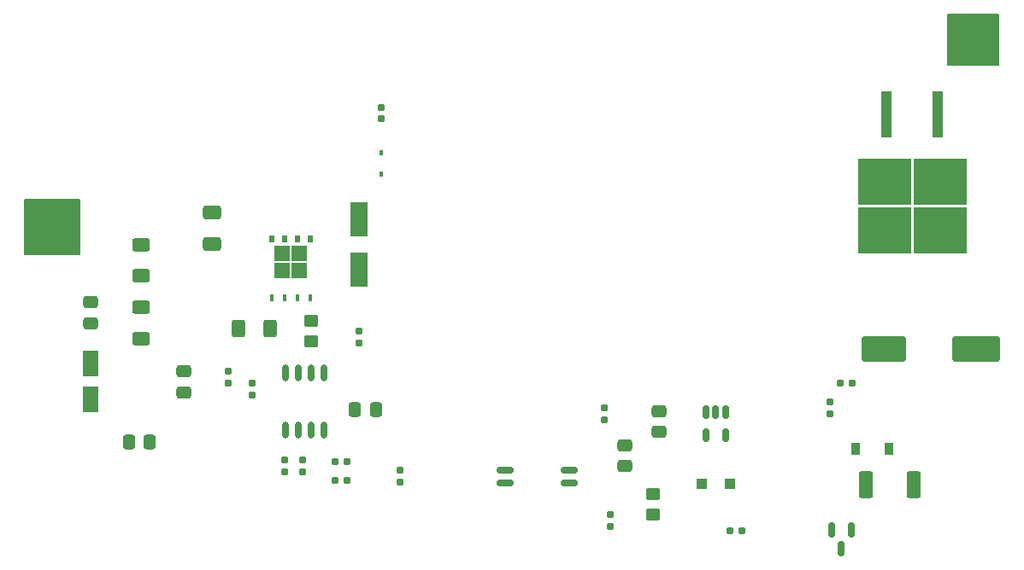
<source format=gbr>
%TF.GenerationSoftware,KiCad,Pcbnew,(6.0.9)*%
%TF.CreationDate,2023-06-16T09:03:50+03:00*%
%TF.ProjectId,pcb-design,7063622d-6465-4736-9967-6e2e6b696361,rev?*%
%TF.SameCoordinates,Original*%
%TF.FileFunction,Paste,Top*%
%TF.FilePolarity,Positive*%
%FSLAX46Y46*%
G04 Gerber Fmt 4.6, Leading zero omitted, Abs format (unit mm)*
G04 Created by KiCad (PCBNEW (6.0.9)) date 2023-06-16 09:03:50*
%MOMM*%
%LPD*%
G01*
G04 APERTURE LIST*
G04 Aperture macros list*
%AMRoundRect*
0 Rectangle with rounded corners*
0 $1 Rounding radius*
0 $2 $3 $4 $5 $6 $7 $8 $9 X,Y pos of 4 corners*
0 Add a 4 corners polygon primitive as box body*
4,1,4,$2,$3,$4,$5,$6,$7,$8,$9,$2,$3,0*
0 Add four circle primitives for the rounded corners*
1,1,$1+$1,$2,$3*
1,1,$1+$1,$4,$5*
1,1,$1+$1,$6,$7*
1,1,$1+$1,$8,$9*
0 Add four rect primitives between the rounded corners*
20,1,$1+$1,$2,$3,$4,$5,0*
20,1,$1+$1,$4,$5,$6,$7,0*
20,1,$1+$1,$6,$7,$8,$9,0*
20,1,$1+$1,$8,$9,$2,$3,0*%
G04 Aperture macros list end*
%ADD10C,0.150000*%
%ADD11RoundRect,0.160000X-0.197500X-0.160000X0.197500X-0.160000X0.197500X0.160000X-0.197500X0.160000X0*%
%ADD12R,1.800000X3.500000*%
%ADD13RoundRect,0.160000X0.160000X-0.197500X0.160000X0.197500X-0.160000X0.197500X-0.160000X-0.197500X0*%
%ADD14R,0.450000X0.600000*%
%ADD15RoundRect,0.250000X0.337500X0.475000X-0.337500X0.475000X-0.337500X-0.475000X0.337500X-0.475000X0*%
%ADD16RoundRect,0.250000X-0.550000X1.050000X-0.550000X-1.050000X0.550000X-1.050000X0.550000X1.050000X0*%
%ADD17RoundRect,0.250000X-0.625000X0.400000X-0.625000X-0.400000X0.625000X-0.400000X0.625000X0.400000X0*%
%ADD18RoundRect,0.250000X-0.475000X0.337500X-0.475000X-0.337500X0.475000X-0.337500X0.475000X0.337500X0*%
%ADD19RoundRect,0.250000X-0.400000X-0.625000X0.400000X-0.625000X0.400000X0.625000X-0.400000X0.625000X0*%
%ADD20RoundRect,0.250000X-0.450000X0.350000X-0.450000X-0.350000X0.450000X-0.350000X0.450000X0.350000X0*%
%ADD21O,0.650001X1.649999*%
%ADD22R,1.100000X1.100000*%
%ADD23RoundRect,0.150000X-0.150000X0.587500X-0.150000X-0.587500X0.150000X-0.587500X0.150000X0.587500X0*%
%ADD24RoundRect,0.150000X-0.150000X0.512500X-0.150000X-0.512500X0.150000X-0.512500X0.150000X0.512500X0*%
%ADD25RoundRect,0.250000X0.475000X-0.337500X0.475000X0.337500X-0.475000X0.337500X-0.475000X-0.337500X0*%
%ADD26RoundRect,0.250000X2.125000X1.000000X-2.125000X1.000000X-2.125000X-1.000000X2.125000X-1.000000X0*%
%ADD27RoundRect,0.250000X1.950000X1.000000X-1.950000X1.000000X-1.950000X-1.000000X1.950000X-1.000000X0*%
%ADD28R,5.250000X4.550000*%
%ADD29R,1.100000X4.600000*%
%ADD30R,0.900000X1.200000*%
%ADD31RoundRect,0.155000X0.155000X-0.212500X0.155000X0.212500X-0.155000X0.212500X-0.155000X-0.212500X0*%
%ADD32RoundRect,0.250000X0.450000X-0.350000X0.450000X0.350000X-0.450000X0.350000X-0.450000X-0.350000X0*%
%ADD33RoundRect,0.150000X0.662500X0.150000X-0.662500X0.150000X-0.662500X-0.150000X0.662500X-0.150000X0*%
%ADD34RoundRect,0.155000X-0.155000X0.212500X-0.155000X-0.212500X0.155000X-0.212500X0.155000X0.212500X0*%
%ADD35RoundRect,0.250000X-0.650000X0.412500X-0.650000X-0.412500X0.650000X-0.412500X0.650000X0.412500X0*%
%ADD36R,0.500000X0.750000*%
%ADD37R,1.500000X1.500000*%
%ADD38R,0.400000X0.750000*%
%ADD39RoundRect,0.249999X0.450001X1.075001X-0.450001X1.075001X-0.450001X-1.075001X0.450001X-1.075001X0*%
G04 APERTURE END LIST*
D10*
X165100000Y-64000000D02*
X160100000Y-64000000D01*
X160100000Y-64000000D02*
X160100000Y-59000000D01*
X160100000Y-59000000D02*
X165100000Y-59000000D01*
X165100000Y-59000000D02*
X165100000Y-64000000D01*
G36*
X165100000Y-64000000D02*
G01*
X160100000Y-64000000D01*
X160100000Y-59000000D01*
X165100000Y-59000000D01*
X165100000Y-64000000D01*
G37*
X68700000Y-77400000D02*
X74100000Y-77400000D01*
X74100000Y-77400000D02*
X74100000Y-82800000D01*
X74100000Y-82800000D02*
X68700000Y-82800000D01*
X68700000Y-82800000D02*
X68700000Y-77400000D01*
G36*
X68700000Y-77400000D02*
G01*
X74100000Y-77400000D01*
X74100000Y-82800000D01*
X68700000Y-82800000D01*
X68700000Y-77400000D01*
G37*
D11*
%TO.C,R13*%
X99397500Y-103400000D03*
X100592500Y-103400000D03*
%TD*%
D12*
%TO.C,Daux1*%
X101800000Y-84300000D03*
X101800000Y-79300000D03*
%TD*%
D13*
%TO.C,Rcs1*%
X88800000Y-95597500D03*
X88800000Y-94402500D03*
%TD*%
%TO.C,Rt1*%
X105800000Y-105397500D03*
X105800000Y-104202500D03*
%TD*%
D14*
%TO.C,Dsnub1*%
X104000000Y-72750000D03*
X104000000Y-74850000D03*
%TD*%
D11*
%TO.C,R21*%
X138502500Y-110200000D03*
X139697500Y-110200000D03*
%TD*%
D15*
%TO.C,Cref1*%
X103437500Y-98200000D03*
X101362500Y-98200000D03*
%TD*%
D16*
%TO.C,Cvcc1*%
X75200000Y-93600000D03*
X75200000Y-97200000D03*
%TD*%
D13*
%TO.C,Rled1*%
X126700000Y-109797500D03*
X126700000Y-108602500D03*
%TD*%
D17*
%TO.C,Rstartup1*%
X80200000Y-81850000D03*
X80200000Y-84950000D03*
%TD*%
D18*
%TO.C,C23*%
X128100000Y-101725000D03*
X128100000Y-103800000D03*
%TD*%
D19*
%TO.C,Rsns1*%
X89850000Y-90200000D03*
X92950000Y-90200000D03*
%TD*%
D20*
%TO.C,Rbias1*%
X130900000Y-106600000D03*
X130900000Y-108600000D03*
%TD*%
D21*
%TO.C,U1*%
X94495000Y-100225001D03*
X95765000Y-100225001D03*
X97035000Y-100225001D03*
X98305000Y-100225001D03*
X98305000Y-94575002D03*
X97035000Y-94575002D03*
X95765000Y-94575002D03*
X94495000Y-94575002D03*
%TD*%
D22*
%TO.C,D21*%
X138500000Y-105600000D03*
X135700000Y-105600000D03*
%TD*%
D23*
%TO.C,Q1*%
X150500000Y-110162500D03*
X148600000Y-110162500D03*
X149550000Y-112037500D03*
%TD*%
D13*
%TO.C,R11*%
X94400000Y-104397500D03*
X94400000Y-103202500D03*
%TD*%
D24*
%TO.C,VR1*%
X138050000Y-98462500D03*
X137100000Y-98462500D03*
X136150000Y-98462500D03*
X136150000Y-100737500D03*
X138050000Y-100737500D03*
%TD*%
D25*
%TO.C,C12*%
X75200000Y-89637500D03*
X75200000Y-87562500D03*
%TD*%
D18*
%TO.C,C22*%
X131500000Y-98362500D03*
X131500000Y-100437500D03*
%TD*%
D26*
%TO.C,Cout1*%
X162875000Y-92200000D03*
D27*
X153750000Y-92200000D03*
%TD*%
D13*
%TO.C,R22*%
X126100000Y-99197500D03*
X126100000Y-98002500D03*
%TD*%
%TO.C,Raux1*%
X101800000Y-91597500D03*
X101800000Y-90402500D03*
%TD*%
D28*
%TO.C,Dsec1*%
X153800000Y-75600000D03*
X153800000Y-80450000D03*
X159350000Y-80450000D03*
X159350000Y-75600000D03*
D29*
X159115000Y-68875000D03*
X154035000Y-68875000D03*
%TD*%
D15*
%TO.C,Ct1*%
X81037500Y-101400000D03*
X78962500Y-101400000D03*
%TD*%
D11*
%TO.C,Rfbt1*%
X149405000Y-95600000D03*
X150600000Y-95600000D03*
%TD*%
D30*
%TO.C,Dz1*%
X150950000Y-102100000D03*
X154250000Y-102100000D03*
%TD*%
D11*
%TO.C,R12*%
X99405000Y-105200000D03*
X100600000Y-105200000D03*
%TD*%
D31*
%TO.C,C13*%
X96200000Y-104367500D03*
X96200000Y-103232500D03*
%TD*%
D32*
%TO.C,Rdrv1*%
X97000000Y-91400000D03*
X97000000Y-89400000D03*
%TD*%
D33*
%TO.C,O1*%
X122600000Y-105470000D03*
X122600000Y-104200000D03*
X116225000Y-104200000D03*
X116225000Y-105470000D03*
%TD*%
D34*
%TO.C,Csnub1*%
X104000000Y-68232500D03*
X104000000Y-69367500D03*
%TD*%
D13*
%TO.C,Rfbb1*%
X148400000Y-98600000D03*
X148400000Y-97405000D03*
%TD*%
D17*
%TO.C,Rstartup2*%
X80200000Y-88050000D03*
X80200000Y-91150000D03*
%TD*%
D35*
%TO.C,Cin1*%
X87200000Y-78675000D03*
X87200000Y-81800000D03*
%TD*%
D25*
%TO.C,Ccs1*%
X84400000Y-96475000D03*
X84400000Y-94400000D03*
%TD*%
D36*
%TO.C,M1*%
X93095000Y-81295000D03*
X95635000Y-81295000D03*
D37*
X95850000Y-82700000D03*
X95850000Y-84400000D03*
D36*
X94365000Y-81295000D03*
X96905000Y-81295000D03*
D37*
X94150000Y-84400000D03*
X94150000Y-82700000D03*
D38*
X93095000Y-87100000D03*
X94365000Y-87100000D03*
X95635000Y-87100000D03*
X96905000Y-87100000D03*
%TD*%
D39*
%TO.C,Rz1*%
X156750000Y-105650000D03*
X151950000Y-105650000D03*
%TD*%
D13*
%TO.C,Rsc1*%
X91200000Y-96797500D03*
X91200000Y-95602500D03*
%TD*%
M02*

</source>
